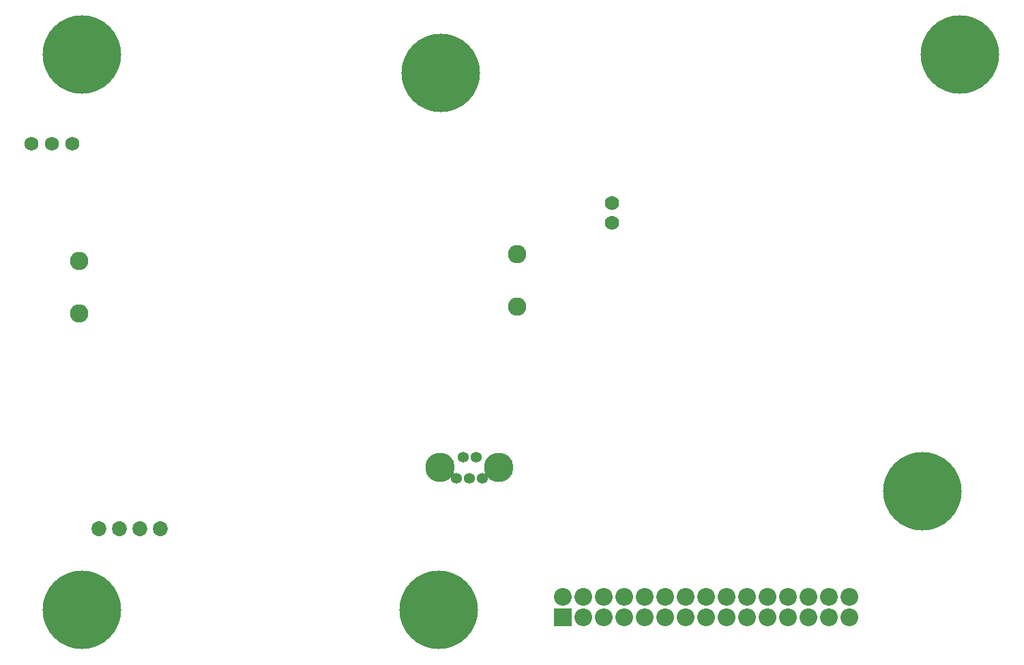
<source format=gbr>
G04 EasyPC Gerber Version 21.0.3 Build 4286 *
%FSLAX35Y35*%
%MOIN*%
%ADD27R,0.08677X0.08677*%
%ADD75C,0.05331*%
%ADD72C,0.06906*%
%ADD29C,0.07000*%
%ADD73C,0.07299*%
%ADD28C,0.08677*%
%ADD74C,0.08972*%
%ADD76C,0.14386*%
%ADD26C,0.38402*%
X0Y0D02*
D02*
D26*
X101023Y63801D03*
Y335454D03*
X275600Y63801D03*
X276387Y326667D03*
X511820Y121943D03*
X530324Y335454D03*
D02*
D27*
X336230Y60132D03*
D02*
D28*
Y70132D03*
X346230Y60132D03*
Y70132D03*
X356230Y60132D03*
Y70132D03*
X366230Y60132D03*
Y70132D03*
X376230Y60132D03*
Y70132D03*
X386230Y60132D03*
Y70132D03*
X396230Y60132D03*
Y70132D03*
X406230Y60132D03*
Y70132D03*
X416230Y60132D03*
Y70132D03*
X426230Y60132D03*
Y70132D03*
X436230Y60132D03*
Y70132D03*
X446230Y60132D03*
Y70132D03*
X456230Y60132D03*
Y70132D03*
X466230Y60132D03*
Y70132D03*
X476230Y60132D03*
Y70132D03*
D02*
D29*
X360246Y253071D03*
Y262888D03*
D02*
D72*
X76531Y291784D03*
X86531Y291852D03*
X96531Y291784D03*
D02*
D73*
X109393Y103676D03*
X119393Y103608D03*
X129393Y103676D03*
X139380D03*
D02*
D74*
X99714Y208829D03*
Y234419D03*
X313691Y212222D03*
Y237813D03*
D02*
D75*
X284261Y128242D03*
X287411Y138478D03*
X290561Y128242D03*
X293710Y138478D03*
X296860Y128242D03*
D02*
D76*
X276191Y133360D03*
X304931D03*
X0Y0D02*
M02*

</source>
